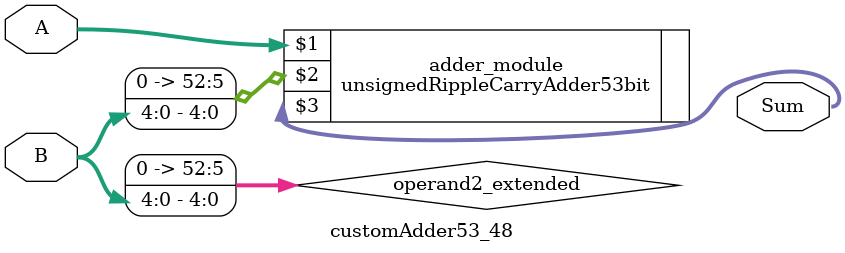
<source format=v>
module customAdder53_48(
                        input [52 : 0] A,
                        input [4 : 0] B,
                        
                        output [53 : 0] Sum
                );

        wire [52 : 0] operand2_extended;
        
        assign operand2_extended =  {48'b0, B};
        
        unsignedRippleCarryAdder53bit adder_module(
            A,
            operand2_extended,
            Sum
        );
        
        endmodule
        
</source>
